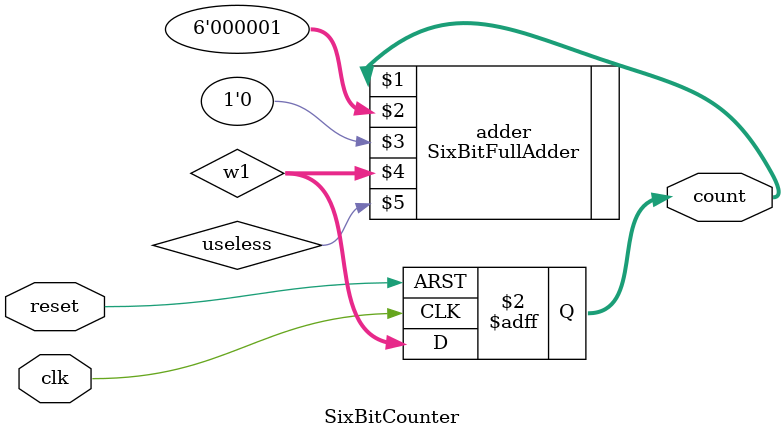
<source format=v>
module SixBitCounter(
	input clk,
	input reset,
	output reg [5:0] count
);

	wire useless;
	wire [5:0] w1;
	
	SixBitFullAdder adder(
		count,
		6'b000001,
		1'b0,
		w1,
		useless
	);
	
	always @(posedge clk or posedge reset) begin
	
		if (reset) begin 
			count <= 6'b111111;
		end else begin
			count <= w1;
		end
		
	end
endmodule 
</source>
